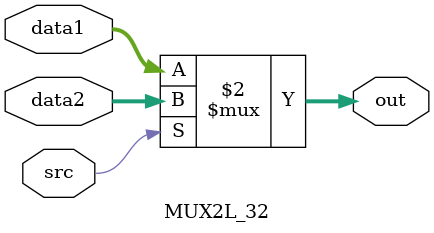
<source format=v>
`timescale 1ns / 1ps
module MUX2L_32(
     input src,
     input [31:0] data1,
     input [31:0] data2,
     output [31:0] out
    );
    assign out = src==0? data1 : data2;
endmodule

</source>
